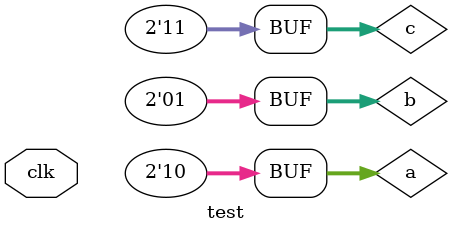
<source format=v>
`timescale 1ns/1ps
module test(
    input clk
);

reg [1:0]   a;
reg [1:0]   b;
reg [1:0]   c;
reg [1:0]   d;
reg [1:0]   e;
reg [1:0]   f;

/* verilator lint_off INITIALDLY */
initial begin
    a <= 2;
    b <= 1;
    c <= 3;
    d <= 0;
    e <= 0;
    f <= 0;
end

always @(posedge clk) begin
    d <= a;
    e = f;
    f <= c;
end

endmodule
</source>
